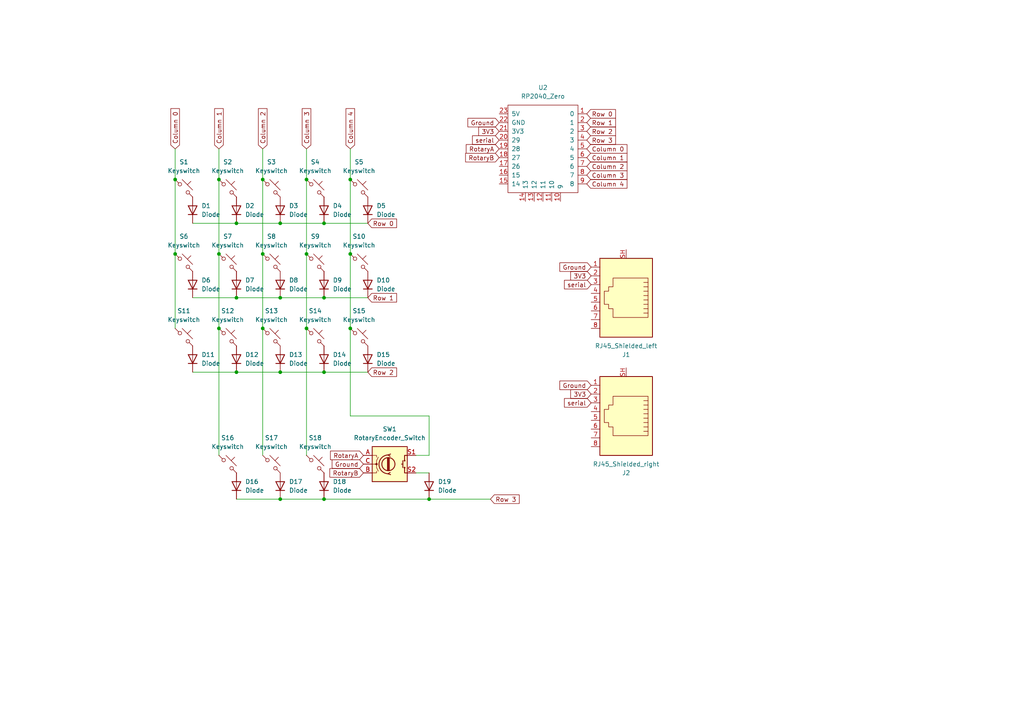
<source format=kicad_sch>
(kicad_sch (version 20250114) (generator "eeschema") (generator_version "9.0")
  (paper "A4")
  (lib_symbols
    (symbol "Connector:RJ45_Shielded" (pin_names (offset 1.016))
      (property "Reference" "J" (at -5.08 13.97 0))
      (property "Value" "RJ45_Shielded" (at 2.54 13.97 0))
      (symbol "RJ45_Shielded_0_1"
        (polyline (pts (xy -6.35 1.905) (xy -5.08 1.905) (xy -5.08 1.905)))
        (polyline (pts (xy -6.35 0.635) (xy -5.08 0.635) (xy -5.08 0.635)))
        (polyline (pts (xy -6.35 -0.635) (xy -5.08 -0.635) (xy -5.08 -0.635)))
        (polyline (pts (xy -6.35 -1.905) (xy -5.08 -1.905) (xy -5.08 -1.905)))
        (polyline (pts (xy -6.35 -3.175) (xy -5.08 -3.175) (xy -5.08 -3.175)))
        (polyline (pts (xy -6.35 -4.445) (xy -6.35 6.985) (xy 3.81 6.985) (xy 3.81 4.445) (xy 5.08 4.445) (xy 5.08 3.175) (xy 6.35 3.175) (xy 6.35 -0.635) (xy 5.08 -0.635) (xy 5.08 -1.905) (xy 3.81 -1.905) (xy 3.81 -4.445) (xy -6.35 -4.445) (xy -6.35 -4.445)))
        (polyline (pts (xy -5.08 5.715) (xy -6.35 5.715)))
        (polyline (pts (xy -5.08 4.445) (xy -6.35 4.445)))
        (polyline (pts (xy -5.08 3.175) (xy -6.35 3.175) (xy -6.35 3.175)))
        (rectangle (start 7.62 12.7) (end -7.62 -10.16) (stroke (width 0.254)) (fill (type background)))
      )
      (symbol "RJ45_Shielded_1_1"
        (pin passive line (at 0 -12.7 90) (length 2.54) (name "~") (number "SH"))
        (pin passive line (at 10.16 10.16 180) (length 2.54) (name "~") (number "8"))
        (pin passive line (at 10.16 7.62 180) (length 2.54) (name "~") (number "7"))
        (pin passive line (at 10.16 5.08 180) (length 2.54) (name "~") (number "6"))
        (pin passive line (at 10.16 2.54 180) (length 2.54) (name "~") (number "5"))
        (pin passive line (at 10.16 0 180) (length 2.54) (name "~") (number "4"))
        (pin passive line (at 10.16 -2.54 180) (length 2.54) (name "~") (number "3"))
        (pin passive line (at 10.16 -5.08 180) (length 2.54) (name "~") (number "2"))
        (pin passive line (at 10.16 -7.62 180) (length 2.54) (name "~") (number "1"))
      )
    )
    (symbol "Device:RotaryEncoder_Switch" (pin_names (offset 0.254) (hide yes))
      (property "Reference" "SW" (at 0 6.604 0))
      (property "Value" "RotaryEncoder_Switch" (at 0 -6.604 0))
      (symbol "RotaryEncoder_Switch_0_1"
        (rectangle (start -5.08 5.08) (end 5.08 -5.08) (stroke (width 0.254)) (fill (type background)))
        (polyline (pts (xy -5.08 2.54) (xy -3.81 2.54) (xy -3.81 2.032)))
        (polyline (pts (xy -5.08 0) (xy -3.81 0) (xy -3.81 -1.016) (xy -3.302 -2.032)))
        (polyline (pts (xy -5.08 -2.54) (xy -3.81 -2.54) (xy -3.81 -2.032)))
        (polyline (pts (xy -4.318 0) (xy -3.81 0) (xy -3.81 1.016) (xy -3.302 2.032)))
        (circle (center -3.81 0) (radius 0.254) (fill (type outline)))
        (polyline (pts (xy -0.635 -1.778) (xy -0.635 1.778)) (stroke (width 0.254)))
        (circle (center -0.381 0) (radius 1.905) (stroke (width 0.254)))
        (polyline (pts (xy -0.381 -1.778) (xy -0.381 1.778)) (stroke (width 0.254)))
        (arc (start -0.381 -2.794) (mid -3.0988 -0.0635) (end -0.381 2.667) (stroke (width 0.254)))
        (polyline (pts (xy -0.127 1.778) (xy -0.127 -1.778)) (stroke (width 0.254)))
        (polyline (pts (xy 0.254 2.921) (xy -0.508 2.667) (xy 0.127 2.286)) (stroke (width 0.254)))
        (polyline (pts (xy 0.254 -3.048) (xy -0.508 -2.794) (xy 0.127 -2.413)) (stroke (width 0.254)))
        (polyline (pts (xy 3.81 1.016) (xy 3.81 -1.016)) (stroke (width 0.254)))
        (polyline (pts (xy 3.81 0) (xy 3.429 0)) (stroke (width 0.254)))
        (circle (center 4.318 1.016) (radius 0.127) (stroke (width 0.254)))
        (circle (center 4.318 -1.016) (radius 0.127) (stroke (width 0.254)))
        (polyline (pts (xy 5.08 2.54) (xy 4.318 2.54) (xy 4.318 1.016)) (stroke (width 0.254)))
        (polyline (pts (xy 5.08 -2.54) (xy 4.318 -2.54) (xy 4.318 -1.016)) (stroke (width 0.254)))
      )
      (symbol "RotaryEncoder_Switch_1_1"
        (pin passive line (at -7.62 2.54 0) (length 2.54) (name "A") (number "A"))
        (pin passive line (at -7.62 0 0) (length 2.54) (name "C") (number "C"))
        (pin passive line (at -7.62 -2.54 0) (length 2.54) (name "B") (number "B"))
        (pin passive line (at 7.62 2.54 180) (length 2.54) (name "S1") (number "S1"))
        (pin passive line (at 7.62 -2.54 180) (length 2.54) (name "S2") (number "S2"))
      )
    )
    (symbol "ScottoKeebs:MCU_RP2040_Zero" (pin_names (offset 1.016))
      (property "Reference" "U" (at 0 15.24 0))
      (property "Value" "RP2040_Zero" (at 0 12.7 0))
      (symbol "MCU_RP2040_Zero_0_1"
        (rectangle (start -10.16 11.43) (end 10.16 -13.97))
      )
      (symbol "MCU_RP2040_Zero_1_1"
        (pin power_out line (at -12.7 8.89 0) (length 2.54) (name "5V") (number "23"))
        (pin power_out line (at -12.7 6.35 0) (length 2.54) (name "GND") (number "22"))
        (pin power_out line (at -12.7 3.81 0) (length 2.54) (name "3V3") (number "21"))
        (pin bidirectional line (at -12.7 1.27 0) (length 2.54) (name "29") (number "20"))
        (pin bidirectional line (at -12.7 -1.27 0) (length 2.54) (name "28") (number "19"))
        (pin bidirectional line (at -12.7 -3.81 0) (length 2.54) (name "27") (number "18"))
        (pin bidirectional line (at -12.7 -6.35 0) (length 2.54) (name "26") (number "17"))
        (pin bidirectional line (at -12.7 -8.89 0) (length 2.54) (name "15") (number "16"))
        (pin bidirectional line (at -12.7 -11.43 0) (length 2.54) (name "14") (number "15"))
        (pin bidirectional line (at -5.08 -16.51 90) (length 2.54) (name "13") (number "14"))
        (pin bidirectional line (at -2.54 -16.51 90) (length 2.54) (name "12") (number "13"))
        (pin bidirectional line (at 0 -16.51 90) (length 2.54) (name "11") (number "12"))
        (pin bidirectional line (at 2.54 -16.51 90) (length 2.54) (name "10") (number "11"))
        (pin bidirectional line (at 5.08 -16.51 90) (length 2.54) (name "9") (number "10"))
        (pin bidirectional line (at 12.7 8.89 180) (length 2.54) (name "0") (number "1"))
        (pin bidirectional line (at 12.7 6.35 180) (length 2.54) (name "1") (number "2"))
        (pin bidirectional line (at 12.7 3.81 180) (length 2.54) (name "2") (number "3"))
        (pin bidirectional line (at 12.7 1.27 180) (length 2.54) (name "3") (number "4"))
        (pin bidirectional line (at 12.7 -1.27 180) (length 2.54) (name "4") (number "5"))
        (pin bidirectional line (at 12.7 -3.81 180) (length 2.54) (name "5") (number "6"))
        (pin bidirectional line (at 12.7 -6.35 180) (length 2.54) (name "6") (number "7"))
        (pin bidirectional line (at 12.7 -8.89 180) (length 2.54) (name "7") (number "8"))
        (pin bidirectional line (at 12.7 -11.43 180) (length 2.54) (name "8") (number "9"))
      )
    )
    (symbol "ScottoKeebs:Placeholder_Diode" (pin_numbers (hide yes)) (pin_names (hide yes))
      (property "Reference" "D" (at 0 2.54 0))
      (property "Value" "Diode" (at 0 -2.54 0))
      (symbol "Placeholder_Diode_0_1"
        (polyline (pts (xy -1.27 1.27) (xy -1.27 -1.27)) (stroke (width 0.254)))
        (polyline (pts (xy 1.27 1.27) (xy 1.27 -1.27) (xy -1.27 0) (xy 1.27 1.27)) (stroke (width 0.254)))
        (polyline (pts (xy 1.27 0) (xy -1.27 0)))
      )
      (symbol "Placeholder_Diode_1_1"
        (pin passive line (at -3.81 0 0) (length 2.54) (name "K") (number "1"))
        (pin passive line (at 3.81 0 180) (length 2.54) (name "A") (number "2"))
      )
    )
    (symbol "ScottoKeebs:Placeholder_Keyswitch" (pin_numbers (hide yes)) (pin_names (offset 1.016) (hide yes))
      (property "Reference" "S" (at 3.048 1.016 0))
      (property "Value" "Keyswitch" (at 0 -3.81 0))
      (symbol "Placeholder_Keyswitch_0_1"
        (polyline (pts (xy -2.54 2.54) (xy -1.524 1.524) (xy -1.524 1.524)))
        (circle (center -1.1684 1.1684) (radius 0.508))
        (polyline (pts (xy -0.508 2.54) (xy 2.54 -0.508)))
        (polyline (pts (xy 1.016 1.016) (xy 2.032 2.032)))
        (circle (center 1.143 -1.1938) (radius 0.508))
        (polyline (pts (xy 1.524 -1.524) (xy 2.54 -2.54) (xy 2.54 -2.54) (xy 2.54 -2.54)))
        (pin passive line (at -2.54 2.54 0) (length 0) (name "1") (number "1"))
        (pin passive line (at 2.54 -2.54 180) (length 0) (name "2") (number "2"))
      )
    )
  )
  (junction (at 76.2 52.07))
  (junction (at 93.98 107.95))
  (junction (at 76.2 95.25))
  (junction (at 88.9 73.66))
  (junction (at 68.58 107.95))
  (junction (at 81.28 144.78))
  (junction (at 93.98 86.36))
  (junction (at 63.5 52.07))
  (junction (at 81.28 86.36))
  (junction (at 124.46 144.78))
  (junction (at 63.5 95.25))
  (junction (at 93.98 64.77))
  (junction (at 81.28 64.77))
  (junction (at 101.6 73.66))
  (junction (at 81.28 107.95))
  (junction (at 101.6 52.07))
  (junction (at 68.58 64.77))
  (junction (at 68.58 86.36))
  (junction (at 88.9 52.07))
  (junction (at 50.8 52.07))
  (junction (at 63.5 73.66))
  (junction (at 76.2 73.66))
  (junction (at 101.6 95.25))
  (junction (at 88.9 95.25))
  (junction (at 50.8 73.66))
  (junction (at 93.98 144.78))
  (wire (pts (xy 124.46 137.16) (xy 120.65 137.16)))
  (wire (pts (xy 76.2 52.07) (xy 76.2 73.66)))
  (wire (pts (xy 63.5 73.66) (xy 63.5 95.25)))
  (wire (pts (xy 101.6 43.18) (xy 101.6 52.07)))
  (wire (pts (xy 81.28 144.78) (xy 93.98 144.78)))
  (wire (pts (xy 55.88 107.95) (xy 68.58 107.95)))
  (wire (pts (xy 88.9 95.25) (xy 88.9 132.08)))
  (wire (pts (xy 93.98 64.77) (xy 106.68 64.77)))
  (wire (pts (xy 101.6 120.65) (xy 101.6 95.25)))
  (wire (pts (xy 81.28 86.36) (xy 93.98 86.36)))
  (wire (pts (xy 68.58 86.36) (xy 81.28 86.36)))
  (wire (pts (xy 93.98 86.36) (xy 106.68 86.36)))
  (wire (pts (xy 101.6 73.66) (xy 101.6 95.25)))
  (wire (pts (xy 63.5 95.25) (xy 63.5 132.08)))
  (wire (pts (xy 63.5 43.18) (xy 63.5 52.07)))
  (wire (pts (xy 68.58 144.78) (xy 81.28 144.78)))
  (wire (pts (xy 101.6 120.65) (xy 124.46 120.65)))
  (wire (pts (xy 55.88 64.77) (xy 68.58 64.77)))
  (wire (pts (xy 93.98 144.78) (xy 124.46 144.78)))
  (wire (pts (xy 93.98 107.95) (xy 106.68 107.95)))
  (wire (pts (xy 76.2 73.66) (xy 76.2 95.25)))
  (wire (pts (xy 50.8 73.66) (xy 50.8 95.25)))
  (wire (pts (xy 81.28 64.77) (xy 93.98 64.77)))
  (wire (pts (xy 101.6 52.07) (xy 101.6 73.66)))
  (wire (pts (xy 88.9 43.18) (xy 88.9 52.07)))
  (wire (pts (xy 55.88 86.36) (xy 68.58 86.36)))
  (wire (pts (xy 88.9 52.07) (xy 88.9 73.66)))
  (wire (pts (xy 76.2 95.25) (xy 76.2 132.08)))
  (wire (pts (xy 50.8 52.07) (xy 50.8 73.66)))
  (wire (pts (xy 76.2 43.18) (xy 76.2 52.07)))
  (wire (pts (xy 88.9 73.66) (xy 88.9 95.25)))
  (wire (pts (xy 124.46 144.78) (xy 142.24 144.78)))
  (wire (pts (xy 81.28 107.95) (xy 93.98 107.95)))
  (wire (pts (xy 68.58 107.95) (xy 81.28 107.95)))
  (wire (pts (xy 63.5 52.07) (xy 63.5 73.66)))
  (wire (pts (xy 68.58 64.77) (xy 81.28 64.77)))
  (wire (pts (xy 124.46 132.08) (xy 120.65 132.08)))
  (wire (pts (xy 50.8 43.18) (xy 50.8 52.07)))
  (wire (pts (xy 124.46 120.65) (xy 124.46 132.08)))
  (global_label "3V3" (shape input) (at 171.45 114.3 180) (property "Intersheetrefs" "${INTERSHEET_REFS}" (effects (hide yes))))
  (global_label "RotaryA" (shape input) (at 144.78 43.18 180) (property "Intersheetrefs" "${INTERSHEET_REFS}" (effects (hide yes))))
  (global_label "Ground" (shape input) (at 171.45 111.76 180) (property "Intersheetrefs" "${INTERSHEET_REFS}" (effects (hide yes))))
  (global_label "serial" (shape input) (at 171.45 116.84 180) (property "Intersheetrefs" "${INTERSHEET_REFS}" (effects (hide yes))))
  (global_label "Column 0" (shape input) (at 50.8 43.18 90) (property "Intersheetrefs" "${INTERSHEET_REFS}" (effects (hide yes))))
  (global_label "Column 1" (shape input) (at 63.5 43.18 90) (property "Intersheetrefs" "${INTERSHEET_REFS}" (effects (hide yes))))
  (global_label "Column 3" (shape input) (at 88.9 43.18 90) (property "Intersheetrefs" "${INTERSHEET_REFS}" (effects (hide yes))))
  (global_label "RotaryB" (shape input) (at 144.78 45.72 180) (property "Intersheetrefs" "${INTERSHEET_REFS}" (effects (hide yes))))
  (global_label "Column 2" (shape input) (at 76.2 43.18 90) (property "Intersheetrefs" "${INTERSHEET_REFS}" (effects (hide yes))))
  (global_label "Column 2" (shape input) (at 170.18 48.26 0) (property "Intersheetrefs" "${INTERSHEET_REFS}" (effects (hide yes))))
  (global_label "Column 4" (shape input) (at 170.18 53.34 0) (property "Intersheetrefs" "${INTERSHEET_REFS}" (effects (hide yes))))
  (global_label "serial" (shape input) (at 171.45 82.55 180) (property "Intersheetrefs" "${INTERSHEET_REFS}" (effects (hide yes))))
  (global_label "Row 1" (shape input) (at 170.18 35.56 0) (property "Intersheetrefs" "${INTERSHEET_REFS}" (effects (hide yes))))
  (global_label "Row 3" (shape input) (at 170.18 40.64 0) (property "Intersheetrefs" "${INTERSHEET_REFS}" (effects (hide yes))))
  (global_label "Column 4" (shape input) (at 101.6 43.18 90) (property "Intersheetrefs" "${INTERSHEET_REFS}" (effects (hide yes))))
  (global_label "Column 0" (shape input) (at 170.18 43.18 0) (property "Intersheetrefs" "${INTERSHEET_REFS}" (effects (hide yes))))
  (global_label "Column 1" (shape input) (at 170.18 45.72 0) (property "Intersheetrefs" "${INTERSHEET_REFS}" (effects (hide yes))))
  (global_label "serial" (shape input) (at 144.78 40.64 180) (property "Intersheetrefs" "${INTERSHEET_REFS}" (effects (hide yes))))
  (global_label "Row 0" (shape input) (at 106.68 64.77 0) (property "Intersheetrefs" "${INTERSHEET_REFS}" (effects (hide yes))))
  (global_label "RotaryB" (shape input) (at 105.41 137.16 180) (property "Intersheetrefs" "${INTERSHEET_REFS}" (effects (hide yes))))
  (global_label "Row 2" (shape input) (at 106.68 107.95 0) (property "Intersheetrefs" "${INTERSHEET_REFS}" (effects (hide yes))))
  (global_label "Row 3" (shape input) (at 142.24 144.78 0) (property "Intersheetrefs" "${INTERSHEET_REFS}" (effects (hide yes))))
  (global_label "Row 2" (shape input) (at 170.18 38.1 0) (property "Intersheetrefs" "${INTERSHEET_REFS}" (effects (hide yes))))
  (global_label "Ground" (shape input) (at 144.78 35.56 180) (property "Intersheetrefs" "${INTERSHEET_REFS}" (effects (hide yes))))
  (global_label "Row 0" (shape input) (at 170.18 33.02 0) (property "Intersheetrefs" "${INTERSHEET_REFS}" (effects (hide yes))))
  (global_label "Ground" (shape input) (at 171.45 77.47 180) (property "Intersheetrefs" "${INTERSHEET_REFS}" (effects (hide yes))))
  (global_label "3V3" (shape input) (at 171.45 80.01 180) (property "Intersheetrefs" "${INTERSHEET_REFS}" (effects (hide yes))))
  (global_label "Column 3" (shape input) (at 170.18 50.8 0) (property "Intersheetrefs" "${INTERSHEET_REFS}" (effects (hide yes))))
  (global_label "3V3" (shape input) (at 144.78 38.1 180) (property "Intersheetrefs" "${INTERSHEET_REFS}" (effects (hide yes))))
  (global_label "RotaryA" (shape input) (at 105.41 132.08 180) (property "Intersheetrefs" "${INTERSHEET_REFS}" (effects (hide yes))))
  (global_label "Row 1" (shape input) (at 106.68 86.36 0) (property "Intersheetrefs" "${INTERSHEET_REFS}" (effects (hide yes))))
  (global_label "Ground" (shape input) (at 105.41 134.62 180) (property "Intersheetrefs" "${INTERSHEET_REFS}" (effects (hide yes))))
  (symbol (lib_id "ScottoKeebs:Placeholder_Keyswitch") (at 104.14 54.61 0) (unit 1)
    (property "Reference" "S5" (at 104.14 46.99 0))
    (property "Value" "Keyswitch" (at 104.14 49.53 0))
    (property "Footprint" "ScottoKeebs_Hotswap:Hotswap_MX_1.00u_reversible" (effects (hide yes)))
    (property "Description" "Push button switch, normally open, two pins, 45° tilted" (effects (hide yes)))
  )
  (symbol (lib_id "ScottoKeebs:Placeholder_Diode") (at 68.58 82.55 90) (unit 1)
    (property "Reference" "D7" (at 71.12 81.2799 90) (effects (justify right)))
    (property "Value" "Diode" (at 71.12 83.8199 90) (effects (justify right)))
    (property "Footprint" "ScottoKeebs_Components:Diode_DO-35" (effects (hide yes)))
    (property "Description" "1N4148 (DO-35) or 1N4148W (SOD-123)" (effects (hide yes)))
    (property "Sim.Device" "D" (effects (hide yes)))
    (property "Sim.Pins" "1=K 2=A" (effects (hide yes)))
  )
  (symbol (lib_id "ScottoKeebs:Placeholder_Keyswitch") (at 53.34 54.61 0) (unit 1)
    (property "Reference" "S1" (at 53.34 46.99 0))
    (property "Value" "Keyswitch" (at 53.34 49.53 0))
    (property "Footprint" "ScottoKeebs_Hotswap:Hotswap_MX_1.00u_reversible" (effects (hide yes)))
    (property "Description" "Push button switch, normally open, two pins, 45° tilted" (effects (hide yes)))
  )
  (symbol (lib_id "ScottoKeebs:Placeholder_Diode") (at 106.68 82.55 90) (unit 1)
    (property "Reference" "D10" (at 109.22 81.2799 90) (effects (justify right)))
    (property "Value" "Diode" (at 109.22 83.8199 90) (effects (justify right)))
    (property "Footprint" "ScottoKeebs_Components:Diode_DO-35" (effects (hide yes)))
    (property "Description" "1N4148 (DO-35) or 1N4148W (SOD-123)" (effects (hide yes)))
    (property "Sim.Device" "D" (effects (hide yes)))
    (property "Sim.Pins" "1=K 2=A" (effects (hide yes)))
  )
  (symbol (lib_id "ScottoKeebs:Placeholder_Keyswitch") (at 91.44 134.62 0) (unit 1)
    (property "Reference" "S18" (at 91.44 127 0))
    (property "Value" "Keyswitch" (at 91.44 129.54 0))
    (property "Footprint" "ScottoKeebs_Hotswap:Hotswap_MX_1.00u_reversible" (effects (hide yes)))
    (property "Description" "Push button switch, normally open, two pins, 45° tilted" (effects (hide yes)))
  )
  (symbol (lib_id "ScottoKeebs:Placeholder_Keyswitch") (at 66.04 54.61 0) (unit 1)
    (property "Reference" "S2" (at 66.04 46.99 0))
    (property "Value" "Keyswitch" (at 66.04 49.53 0))
    (property "Footprint" "ScottoKeebs_Hotswap:Hotswap_MX_1.00u_reversible" (effects (hide yes)))
    (property "Description" "Push button switch, normally open, two pins, 45° tilted" (effects (hide yes)))
  )
  (symbol (lib_id "ScottoKeebs:Placeholder_Keyswitch") (at 53.34 97.79 0) (unit 1)
    (property "Reference" "S11" (at 53.34 90.17 0))
    (property "Value" "Keyswitch" (at 53.34 92.71 0))
    (property "Footprint" "ScottoKeebs_Hotswap:Hotswap_MX_1.00u_reversible" (effects (hide yes)))
    (property "Description" "Push button switch, normally open, two pins, 45° tilted" (effects (hide yes)))
  )
  (symbol (lib_id "ScottoKeebs:Placeholder_Diode") (at 93.98 104.14 90) (unit 1)
    (property "Reference" "D14" (at 96.52 102.8699 90) (effects (justify right)))
    (property "Value" "Diode" (at 96.52 105.4099 90) (effects (justify right)))
    (property "Footprint" "ScottoKeebs_Components:Diode_DO-35" (effects (hide yes)))
    (property "Description" "1N4148 (DO-35) or 1N4148W (SOD-123)" (effects (hide yes)))
    (property "Sim.Device" "D" (effects (hide yes)))
    (property "Sim.Pins" "1=K 2=A" (effects (hide yes)))
  )
  (symbol (lib_id "Connector:RJ45_Shielded") (at 181.61 85.09 180) (unit 1)
    (property "Reference" "J1" (at 181.61 102.87 0))
    (property "Value" "RJ45_Shielded_left" (at 181.61 100.33 0))
    (property "Footprint" "Connector_RJ:RJ45_Ninigi_GE" (effects (hide yes)))
    (property "Description" "RJ connector, 8P8C (8 positions 8 connected), Shielded" (effects (hide yes)))
  )
  (symbol (lib_id "ScottoKeebs:Placeholder_Keyswitch") (at 78.74 97.79 0) (unit 1)
    (property "Reference" "S13" (at 78.74 90.17 0))
    (property "Value" "Keyswitch" (at 78.74 92.71 0))
    (property "Footprint" "ScottoKeebs_Hotswap:Hotswap_MX_1.00u_reversible" (effects (hide yes)))
    (property "Description" "Push button switch, normally open, two pins, 45° tilted" (effects (hide yes)))
  )
  (symbol (lib_id "ScottoKeebs:Placeholder_Keyswitch") (at 78.74 134.62 0) (unit 1)
    (property "Reference" "S17" (at 78.74 127 0))
    (property "Value" "Keyswitch" (at 78.74 129.54 0))
    (property "Footprint" "ScottoKeebs_Hotswap:Hotswap_MX_1.00u_reversible" (effects (hide yes)))
    (property "Description" "Push button switch, normally open, two pins, 45° tilted" (effects (hide yes)))
  )
  (symbol (lib_id "ScottoKeebs:Placeholder_Keyswitch") (at 66.04 76.2 0) (unit 1)
    (property "Reference" "S7" (at 66.04 68.58 0))
    (property "Value" "Keyswitch" (at 66.04 71.12 0))
    (property "Footprint" "ScottoKeebs_Hotswap:Hotswap_MX_1.00u_reversible" (effects (hide yes)))
    (property "Description" "Push button switch, normally open, two pins, 45° tilted" (effects (hide yes)))
  )
  (symbol (lib_id "ScottoKeebs:Placeholder_Diode") (at 68.58 140.97 90) (unit 1)
    (property "Reference" "D16" (at 71.12 139.6999 90) (effects (justify right)))
    (property "Value" "Diode" (at 71.12 142.2399 90) (effects (justify right)))
    (property "Footprint" "ScottoKeebs_Components:Diode_DO-35" (effects (hide yes)))
    (property "Description" "1N4148 (DO-35) or 1N4148W (SOD-123)" (effects (hide yes)))
    (property "Sim.Device" "D" (effects (hide yes)))
    (property "Sim.Pins" "1=K 2=A" (effects (hide yes)))
  )
  (symbol (lib_id "ScottoKeebs:MCU_RP2040_Zero") (at 157.48 41.91 0) (unit 1)
    (property "Reference" "U2" (at 157.48 25.4 0))
    (property "Value" "RP2040_Zero" (at 157.48 27.94 0))
    (property "Footprint" "ScottoKeebs_MCU:RP2040_Zero" (effects (hide yes)))
  )
  (symbol (lib_id "ScottoKeebs:Placeholder_Diode") (at 124.46 140.97 90) (unit 1)
    (property "Reference" "D19" (at 127 139.6999 90) (effects (justify right)))
    (property "Value" "Diode" (at 127 142.2399 90) (effects (justify right)))
    (property "Footprint" "ScottoKeebs_Components:Diode_DO-35" (effects (hide yes)))
    (property "Description" "1N4148 (DO-35) or 1N4148W (SOD-123)" (effects (hide yes)))
    (property "Sim.Device" "D" (effects (hide yes)))
    (property "Sim.Pins" "1=K 2=A" (effects (hide yes)))
  )
  (symbol (lib_id "ScottoKeebs:Placeholder_Keyswitch") (at 104.14 76.2 0) (unit 1)
    (property "Reference" "S10" (at 104.14 68.58 0))
    (property "Value" "Keyswitch" (at 104.14 71.12 0))
    (property "Footprint" "ScottoKeebs_Hotswap:Hotswap_MX_1.00u_reversible" (effects (hide yes)))
    (property "Description" "Push button switch, normally open, two pins, 45° tilted" (effects (hide yes)))
  )
  (symbol (lib_id "ScottoKeebs:Placeholder_Diode") (at 106.68 104.14 90) (unit 1)
    (property "Reference" "D15" (at 109.22 102.8699 90) (effects (justify right)))
    (property "Value" "Diode" (at 109.22 105.4099 90) (effects (justify right)))
    (property "Footprint" "ScottoKeebs_Components:Diode_DO-35" (effects (hide yes)))
    (property "Description" "1N4148 (DO-35) or 1N4148W (SOD-123)" (effects (hide yes)))
    (property "Sim.Device" "D" (effects (hide yes)))
    (property "Sim.Pins" "1=K 2=A" (effects (hide yes)))
  )
  (symbol (lib_id "ScottoKeebs:Placeholder_Keyswitch") (at 66.04 134.62 0) (unit 1)
    (property "Reference" "S16" (at 66.04 127 0))
    (property "Value" "Keyswitch" (at 66.04 129.54 0))
    (property "Footprint" "ScottoKeebs_Hotswap:Hotswap_MX_1.00u_reversible" (effects (hide yes)))
    (property "Description" "Push button switch, normally open, two pins, 45° tilted" (effects (hide yes)))
  )
  (symbol (lib_id "ScottoKeebs:Placeholder_Keyswitch") (at 53.34 76.2 0) (unit 1)
    (property "Reference" "S6" (at 53.34 68.58 0))
    (property "Value" "Keyswitch" (at 53.34 71.12 0))
    (property "Footprint" "ScottoKeebs_Hotswap:Hotswap_MX_1.00u_reversible" (effects (hide yes)))
    (property "Description" "Push button switch, normally open, two pins, 45° tilted" (effects (hide yes)))
  )
  (symbol (lib_id "ScottoKeebs:Placeholder_Diode") (at 68.58 104.14 90) (unit 1)
    (property "Reference" "D12" (at 71.12 102.8699 90) (effects (justify right)))
    (property "Value" "Diode" (at 71.12 105.4099 90) (effects (justify right)))
    (property "Footprint" "ScottoKeebs_Components:Diode_DO-35" (effects (hide yes)))
    (property "Description" "1N4148 (DO-35) or 1N4148W (SOD-123)" (effects (hide yes)))
    (property "Sim.Device" "D" (effects (hide yes)))
    (property "Sim.Pins" "1=K 2=A" (effects (hide yes)))
  )
  (symbol (lib_id "ScottoKeebs:Placeholder_Diode") (at 93.98 82.55 90) (unit 1)
    (property "Reference" "D9" (at 96.52 81.2799 90) (effects (justify right)))
    (property "Value" "Diode" (at 96.52 83.8199 90) (effects (justify right)))
    (property "Footprint" "ScottoKeebs_Components:Diode_DO-35" (effects (hide yes)))
    (property "Description" "1N4148 (DO-35) or 1N4148W (SOD-123)" (effects (hide yes)))
    (property "Sim.Device" "D" (effects (hide yes)))
    (property "Sim.Pins" "1=K 2=A" (effects (hide yes)))
  )
  (symbol (lib_id "ScottoKeebs:Placeholder_Diode") (at 93.98 60.96 90) (unit 1)
    (property "Reference" "D4" (at 96.52 59.6899 90) (effects (justify right)))
    (property "Value" "Diode" (at 96.52 62.2299 90) (effects (justify right)))
    (property "Footprint" "ScottoKeebs_Components:Diode_DO-35" (effects (hide yes)))
    (property "Description" "1N4148 (DO-35) or 1N4148W (SOD-123)" (effects (hide yes)))
    (property "Sim.Device" "D" (effects (hide yes)))
    (property "Sim.Pins" "1=K 2=A" (effects (hide yes)))
  )
  (symbol (lib_id "ScottoKeebs:Placeholder_Keyswitch") (at 91.44 54.61 0) (unit 1)
    (property "Reference" "S4" (at 91.44 46.99 0))
    (property "Value" "Keyswitch" (at 91.44 49.53 0))
    (property "Footprint" "ScottoKeebs_Hotswap:Hotswap_MX_1.00u_reversible" (effects (hide yes)))
    (property "Description" "Push button switch, normally open, two pins, 45° tilted" (effects (hide yes)))
  )
  (symbol (lib_id "ScottoKeebs:Placeholder_Diode") (at 106.68 60.96 90) (unit 1)
    (property "Reference" "D5" (at 109.22 59.6899 90) (effects (justify right)))
    (property "Value" "Diode" (at 109.22 62.2299 90) (effects (justify right)))
    (property "Footprint" "ScottoKeebs_Components:Diode_DO-35" (effects (hide yes)))
    (property "Description" "1N4148 (DO-35) or 1N4148W (SOD-123)" (effects (hide yes)))
    (property "Sim.Device" "D" (effects (hide yes)))
    (property "Sim.Pins" "1=K 2=A" (effects (hide yes)))
  )
  (symbol (lib_id "ScottoKeebs:Placeholder_Diode") (at 81.28 104.14 90) (unit 1)
    (property "Reference" "D13" (at 83.82 102.8699 90) (effects (justify right)))
    (property "Value" "Diode" (at 83.82 105.4099 90) (effects (justify right)))
    (property "Footprint" "ScottoKeebs_Components:Diode_DO-35" (effects (hide yes)))
    (property "Description" "1N4148 (DO-35) or 1N4148W (SOD-123)" (effects (hide yes)))
    (property "Sim.Device" "D" (effects (hide yes)))
    (property "Sim.Pins" "1=K 2=A" (effects (hide yes)))
  )
  (symbol (lib_id "ScottoKeebs:Placeholder_Diode") (at 81.28 140.97 90) (unit 1)
    (property "Reference" "D17" (at 83.82 139.6999 90) (effects (justify right)))
    (property "Value" "Diode" (at 83.82 142.2399 90) (effects (justify right)))
    (property "Footprint" "ScottoKeebs_Components:Diode_DO-35" (effects (hide yes)))
    (property "Description" "1N4148 (DO-35) or 1N4148W (SOD-123)" (effects (hide yes)))
    (property "Sim.Device" "D" (effects (hide yes)))
    (property "Sim.Pins" "1=K 2=A" (effects (hide yes)))
  )
  (symbol (lib_id "ScottoKeebs:Placeholder_Keyswitch") (at 78.74 54.61 0) (unit 1)
    (property "Reference" "S3" (at 78.74 46.99 0))
    (property "Value" "Keyswitch" (at 78.74 49.53 0))
    (property "Footprint" "ScottoKeebs_Hotswap:Hotswap_MX_1.00u_reversible" (effects (hide yes)))
    (property "Description" "Push button switch, normally open, two pins, 45° tilted" (effects (hide yes)))
  )
  (symbol (lib_id "ScottoKeebs:Placeholder_Keyswitch") (at 91.44 97.79 0) (unit 1)
    (property "Reference" "S14" (at 91.44 90.17 0))
    (property "Value" "Keyswitch" (at 91.44 92.71 0))
    (property "Footprint" "ScottoKeebs_Hotswap:Hotswap_MX_1.00u_reversible" (effects (hide yes)))
    (property "Description" "Push button switch, normally open, two pins, 45° tilted" (effects (hide yes)))
  )
  (symbol (lib_id "ScottoKeebs:Placeholder_Keyswitch") (at 66.04 97.79 0) (unit 1)
    (property "Reference" "S12" (at 66.04 90.17 0))
    (property "Value" "Keyswitch" (at 66.04 92.71 0))
    (property "Footprint" "ScottoKeebs_Hotswap:Hotswap_MX_1.00u_reversible" (effects (hide yes)))
    (property "Description" "Push button switch, normally open, two pins, 45° tilted" (effects (hide yes)))
  )
  (symbol (lib_id "ScottoKeebs:Placeholder_Diode") (at 81.28 60.96 90) (unit 1)
    (property "Reference" "D3" (at 83.82 59.6899 90) (effects (justify right)))
    (property "Value" "Diode" (at 83.82 62.2299 90) (effects (justify right)))
    (property "Footprint" "ScottoKeebs_Components:Diode_DO-35" (effects (hide yes)))
    (property "Description" "1N4148 (DO-35) or 1N4148W (SOD-123)" (effects (hide yes)))
    (property "Sim.Device" "D" (effects (hide yes)))
    (property "Sim.Pins" "1=K 2=A" (effects (hide yes)))
  )
  (symbol (lib_id "ScottoKeebs:Placeholder_Diode") (at 55.88 104.14 90) (unit 1)
    (property "Reference" "D11" (at 58.42 102.8699 90) (effects (justify right)))
    (property "Value" "Diode" (at 58.42 105.4099 90) (effects (justify right)))
    (property "Footprint" "ScottoKeebs_Components:Diode_DO-35" (effects (hide yes)))
    (property "Description" "1N4148 (DO-35) or 1N4148W (SOD-123)" (effects (hide yes)))
    (property "Sim.Device" "D" (effects (hide yes)))
    (property "Sim.Pins" "1=K 2=A" (effects (hide yes)))
  )
  (symbol (lib_id "ScottoKeebs:Placeholder_Diode") (at 55.88 82.55 90) (unit 1)
    (property "Reference" "D6" (at 58.42 81.2799 90) (effects (justify right)))
    (property "Value" "Diode" (at 58.42 83.8199 90) (effects (justify right)))
    (property "Footprint" "ScottoKeebs_Components:Diode_DO-35" (effects (hide yes)))
    (property "Description" "1N4148 (DO-35) or 1N4148W (SOD-123)" (effects (hide yes)))
    (property "Sim.Device" "D" (effects (hide yes)))
    (property "Sim.Pins" "1=K 2=A" (effects (hide yes)))
  )
  (symbol (lib_id "Device:RotaryEncoder_Switch") (at 113.03 134.62 0) (unit 1)
    (property "Reference" "SW1" (at 113.03 124.46 0))
    (property "Value" "RotaryEncoder_Switch" (at 113.03 127 0))
    (property "Footprint" "ScottoKeebs_Scotto:Encoder_EC11_MX" (effects (hide yes)))
    (property "Description" "Rotary encoder, dual channel, incremental quadrate outputs, with switch" (effects (hide yes)))
  )
  (symbol (lib_id "ScottoKeebs:Placeholder_Diode") (at 81.28 82.55 90) (unit 1)
    (property "Reference" "D8" (at 83.82 81.2799 90) (effects (justify right)))
    (property "Value" "Diode" (at 83.82 83.8199 90) (effects (justify right)))
    (property "Footprint" "ScottoKeebs_Components:Diode_DO-35" (effects (hide yes)))
    (property "Description" "1N4148 (DO-35) or 1N4148W (SOD-123)" (effects (hide yes)))
    (property "Sim.Device" "D" (effects (hide yes)))
    (property "Sim.Pins" "1=K 2=A" (effects (hide yes)))
  )
  (symbol (lib_id "ScottoKeebs:Placeholder_Keyswitch") (at 78.74 76.2 0) (unit 1)
    (property "Reference" "S8" (at 78.74 68.58 0))
    (property "Value" "Keyswitch" (at 78.74 71.12 0))
    (property "Footprint" "ScottoKeebs_Hotswap:Hotswap_MX_1.00u_reversible" (effects (hide yes)))
    (property "Description" "Push button switch, normally open, two pins, 45° tilted" (effects (hide yes)))
  )
  (symbol (lib_id "ScottoKeebs:Placeholder_Diode") (at 55.88 60.96 90) (unit 1)
    (property "Reference" "D1" (at 58.42 59.6899 90) (effects (justify right)))
    (property "Value" "Diode" (at 58.42 62.2299 90) (effects (justify right)))
    (property "Footprint" "ScottoKeebs_Components:Diode_DO-35" (effects (hide yes)))
    (property "Description" "1N4148 (DO-35) or 1N4148W (SOD-123)" (effects (hide yes)))
    (property "Sim.Device" "D" (effects (hide yes)))
    (property "Sim.Pins" "1=K 2=A" (effects (hide yes)))
  )
  (symbol (lib_id "Connector:RJ45_Shielded") (at 181.61 119.38 180) (unit 1)
    (property "Reference" "J2" (at 181.61 137.16 0))
    (property "Value" "RJ45_Shielded_right" (at 181.61 134.62 0))
    (property "Footprint" "Connector_RJ:RJ45_Ninigi_GE" (effects (hide yes)))
    (property "Description" "RJ connector, 8P8C (8 positions 8 connected), Shielded" (effects (hide yes)))
  )
  (symbol (lib_id "ScottoKeebs:Placeholder_Diode") (at 93.98 140.97 90) (unit 1)
    (property "Reference" "D18" (at 96.52 139.6999 90) (effects (justify right)))
    (property "Value" "Diode" (at 96.52 142.2399 90) (effects (justify right)))
    (property "Footprint" "ScottoKeebs_Components:Diode_DO-35" (effects (hide yes)))
    (property "Description" "1N4148 (DO-35) or 1N4148W (SOD-123)" (effects (hide yes)))
    (property "Sim.Device" "D" (effects (hide yes)))
    (property "Sim.Pins" "1=K 2=A" (effects (hide yes)))
  )
  (symbol (lib_id "ScottoKeebs:Placeholder_Diode") (at 68.58 60.96 90) (unit 1)
    (property "Reference" "D2" (at 71.12 59.6899 90) (effects (justify right)))
    (property "Value" "Diode" (at 71.12 62.2299 90) (effects (justify right)))
    (property "Footprint" "ScottoKeebs_Components:Diode_DO-35" (effects (hide yes)))
    (property "Description" "1N4148 (DO-35) or 1N4148W (SOD-123)" (effects (hide yes)))
    (property "Sim.Device" "D" (effects (hide yes)))
    (property "Sim.Pins" "1=K 2=A" (effects (hide yes)))
  )
  (symbol (lib_id "ScottoKeebs:Placeholder_Keyswitch") (at 104.14 97.79 0) (unit 1)
    (property "Reference" "S15" (at 104.14 90.17 0))
    (property "Value" "Keyswitch" (at 104.14 92.71 0))
    (property "Footprint" "ScottoKeebs_Hotswap:Hotswap_MX_1.00u_reversible" (effects (hide yes)))
    (property "Description" "Push button switch, normally open, two pins, 45° tilted" (effects (hide yes)))
  )
  (symbol (lib_id "ScottoKeebs:Placeholder_Keyswitch") (at 91.44 76.2 0) (unit 1)
    (property "Reference" "S9" (at 91.44 68.58 0))
    (property "Value" "Keyswitch" (at 91.44 71.12 0))
    (property "Footprint" "ScottoKeebs_Hotswap:Hotswap_MX_1.00u_reversible" (effects (hide yes)))
    (property "Description" "Push button switch, normally open, two pins, 45° tilted" (effects (hide yes)))
  )
)
</source>
